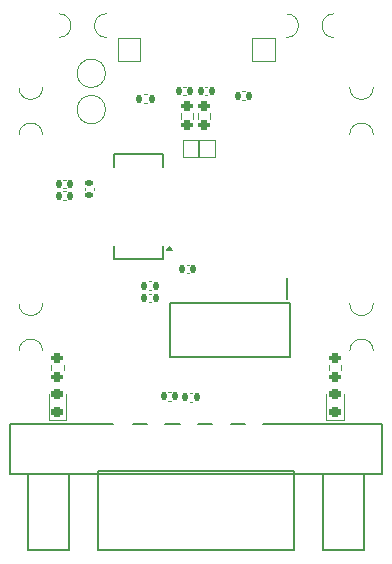
<source format=gbr>
%TF.GenerationSoftware,KiCad,Pcbnew,8.0.1*%
%TF.CreationDate,2024-04-01T09:21:35+11:00*%
%TF.ProjectId,DB9 RS232 Adapter,44423920-5253-4323-9332-204164617074,rev?*%
%TF.SameCoordinates,Original*%
%TF.FileFunction,Legend,Top*%
%TF.FilePolarity,Positive*%
%FSLAX46Y46*%
G04 Gerber Fmt 4.6, Leading zero omitted, Abs format (unit mm)*
G04 Created by KiCad (PCBNEW 8.0.1) date 2024-04-01 09:21:35*
%MOMM*%
%LPD*%
G01*
G04 APERTURE LIST*
G04 Aperture macros list*
%AMRoundRect*
0 Rectangle with rounded corners*
0 $1 Rounding radius*
0 $2 $3 $4 $5 $6 $7 $8 $9 X,Y pos of 4 corners*
0 Add a 4 corners polygon primitive as box body*
4,1,4,$2,$3,$4,$5,$6,$7,$8,$9,$2,$3,0*
0 Add four circle primitives for the rounded corners*
1,1,$1+$1,$2,$3*
1,1,$1+$1,$4,$5*
1,1,$1+$1,$6,$7*
1,1,$1+$1,$8,$9*
0 Add four rect primitives between the rounded corners*
20,1,$1+$1,$2,$3,$4,$5,0*
20,1,$1+$1,$4,$5,$6,$7,0*
20,1,$1+$1,$6,$7,$8,$9,0*
20,1,$1+$1,$8,$9,$2,$3,0*%
G04 Aperture macros list end*
%ADD10C,0.200000*%
%ADD11C,0.120000*%
%ADD12C,0.100000*%
%ADD13C,0.152400*%
%ADD14C,0.150000*%
%ADD15R,0.450000X1.800000*%
%ADD16R,1.000000X1.000000*%
%ADD17RoundRect,0.218750X0.256250X-0.218750X0.256250X0.218750X-0.256250X0.218750X-0.256250X-0.218750X0*%
%ADD18RoundRect,0.140000X0.170000X-0.140000X0.170000X0.140000X-0.170000X0.140000X-0.170000X-0.140000X0*%
%ADD19RoundRect,0.140000X0.140000X0.170000X-0.140000X0.170000X-0.140000X-0.170000X0.140000X-0.170000X0*%
%ADD20C,2.000000*%
%ADD21C,0.500000*%
%ADD22C,2.200000*%
%ADD23RoundRect,0.200000X-0.275000X0.200000X-0.275000X-0.200000X0.275000X-0.200000X0.275000X0.200000X0*%
%ADD24C,1.448000*%
%ADD25RoundRect,0.140000X-0.140000X-0.170000X0.140000X-0.170000X0.140000X0.170000X-0.140000X0.170000X0*%
%ADD26RoundRect,0.200000X0.275000X-0.200000X0.275000X0.200000X-0.275000X0.200000X-0.275000X-0.200000X0*%
%ADD27R,1.500000X1.500000*%
%ADD28RoundRect,0.135000X0.135000X0.185000X-0.135000X0.185000X-0.135000X-0.185000X0.135000X-0.185000X0*%
%ADD29R,0.300000X1.000000*%
%ADD30R,0.700000X1.150000*%
%ADD31C,1.320800*%
%ADD32O,3.750000X1.490600*%
%ADD33R,1.200000X0.400000*%
G04 APERTURE END LIST*
D10*
%TO.C,IC1*%
X230430000Y-94700000D02*
X240630000Y-94700000D01*
X230430000Y-99300000D02*
X230430000Y-94700000D01*
X240330000Y-92550000D02*
X240330000Y-94350000D01*
X240630000Y-94700000D02*
X240630000Y-99300000D01*
X240630000Y-99300000D02*
X230430000Y-99300000D01*
D11*
%TO.C,TP3*%
X231520000Y-80890000D02*
X232920000Y-80890000D01*
X231520000Y-82290000D02*
X231520000Y-80890000D01*
X232920000Y-80890000D02*
X232920000Y-82290000D01*
X232920000Y-82290000D02*
X231520000Y-82290000D01*
%TO.C,D2*%
X220172500Y-102350000D02*
X220172500Y-104635000D01*
X220172500Y-104635000D02*
X221642500Y-104635000D01*
X221642500Y-104635000D02*
X221642500Y-102350000D01*
%TO.C,TP2*%
X232820000Y-80890000D02*
X234220000Y-80890000D01*
X232820000Y-82290000D02*
X232820000Y-80890000D01*
X234220000Y-80890000D02*
X234220000Y-82290000D01*
X234220000Y-82290000D02*
X232820000Y-82290000D01*
%TO.C,C6*%
X223250000Y-85147836D02*
X223250000Y-84932164D01*
X223970000Y-85147836D02*
X223970000Y-84932164D01*
%TO.C,C4*%
X231787836Y-76390000D02*
X231572164Y-76390000D01*
X231787836Y-77110000D02*
X231572164Y-77110000D01*
%TO.C,C7*%
X228857836Y-93900000D02*
X228642164Y-93900000D01*
X228857836Y-94620000D02*
X228642164Y-94620000D01*
D12*
%TO.C,mouse-bite-2mm-slot*%
X217650000Y-98750000D02*
G75*
G02*
X219650000Y-98750000I1000000J0D01*
G01*
X219650000Y-94750000D02*
G75*
G02*
X217650000Y-94750000I-1000000J0D01*
G01*
D11*
%TO.C,R3*%
X220377500Y-99912742D02*
X220377500Y-100387258D01*
X221422500Y-99912742D02*
X221422500Y-100387258D01*
D12*
%TO.C,mouse-bite-2mm-slot*%
X240310000Y-70210000D02*
G75*
G02*
X240310000Y-72210000I0J-1000000D01*
G01*
X244310000Y-72210000D02*
G75*
G02*
X244310000Y-70210000I0J1000000D01*
G01*
D11*
%TO.C,TP4*%
X224970000Y-78310000D02*
G75*
G02*
X222570000Y-78310000I-1200000J0D01*
G01*
X222570000Y-78310000D02*
G75*
G02*
X224970000Y-78310000I1200000J0D01*
G01*
%TO.C,R4*%
X232817500Y-78592742D02*
X232817500Y-79067258D01*
X233862500Y-78592742D02*
X233862500Y-79067258D01*
D12*
%TO.C,mouse-bite-2mm-slot*%
X217650000Y-80450000D02*
G75*
G02*
X219650000Y-80450000I1000000J0D01*
G01*
X219650000Y-76450000D02*
G75*
G02*
X217650000Y-76450000I-1000000J0D01*
G01*
D11*
%TO.C,C5*%
X233392164Y-76390000D02*
X233607836Y-76390000D01*
X233392164Y-77110000D02*
X233607836Y-77110000D01*
%TO.C,C8*%
X228857836Y-92850000D02*
X228642164Y-92850000D01*
X228857836Y-93570000D02*
X228642164Y-93570000D01*
%TO.C,C9*%
X232307836Y-102310000D02*
X232092164Y-102310000D01*
X232307836Y-103030000D02*
X232092164Y-103030000D01*
%TO.C,R5*%
X231337500Y-79067258D02*
X231337500Y-78592742D01*
X232382500Y-79067258D02*
X232382500Y-78592742D01*
%TO.C,C11*%
X230477836Y-102230000D02*
X230262164Y-102230000D01*
X230477836Y-102950000D02*
X230262164Y-102950000D01*
%TO.C,R2*%
X243877500Y-99912742D02*
X243877500Y-100387258D01*
X244922500Y-99912742D02*
X244922500Y-100387258D01*
%TO.C,TP3*%
X237390000Y-72260000D02*
X239290000Y-72260000D01*
X237390000Y-74160000D02*
X237390000Y-72260000D01*
X239290000Y-72260000D02*
X239290000Y-74160000D01*
X239290000Y-74160000D02*
X237390000Y-74160000D01*
%TO.C,TP1*%
X225990000Y-72260000D02*
X227890000Y-72260000D01*
X225990000Y-74160000D02*
X225990000Y-72260000D01*
X227890000Y-72260000D02*
X227890000Y-74160000D01*
X227890000Y-74160000D02*
X225990000Y-74160000D01*
%TO.C,R1*%
X228513641Y-77010000D02*
X228206359Y-77010000D01*
X228513641Y-77770000D02*
X228206359Y-77770000D01*
D13*
%TO.C,J1*%
X216907400Y-104928200D02*
X216907400Y-109170000D01*
X216907400Y-109170000D02*
X248352600Y-109170000D01*
X218382400Y-115570800D02*
X218382400Y-109170000D01*
X221887600Y-109170000D02*
X221887600Y-115570800D01*
X221887600Y-115570800D02*
X218382400Y-115570800D01*
X224338000Y-108916000D02*
X224338000Y-115570800D01*
X224338000Y-115570800D02*
X240922000Y-115570800D01*
X225598834Y-104928200D02*
X216907400Y-104928200D01*
X228480033Y-104928200D02*
X227269968Y-104928200D01*
X231250033Y-104928200D02*
X230039968Y-104928200D01*
X234020032Y-104928200D02*
X232809967Y-104928200D01*
X236790032Y-104928200D02*
X235579967Y-104928200D01*
X240922000Y-108916000D02*
X224338000Y-108916000D01*
X240922000Y-115570800D02*
X240922000Y-108916000D01*
X243372400Y-115570800D02*
X243372400Y-109170000D01*
X246877600Y-109170000D02*
X246877600Y-115570800D01*
X246877600Y-115570800D02*
X243372400Y-115570800D01*
X248352600Y-104928200D02*
X238289566Y-104928200D01*
X248352600Y-109170000D02*
X248352600Y-104928200D01*
D11*
%TO.C,C10*%
X232047836Y-91460000D02*
X231832164Y-91460000D01*
X232047836Y-92180000D02*
X231832164Y-92180000D01*
D12*
%TO.C,mouse-bite-2mm-slot*%
X245650000Y-80450000D02*
G75*
G02*
X247650000Y-80450000I1000000J0D01*
G01*
X247650000Y-76450000D02*
G75*
G02*
X245650000Y-76450000I-1000000J0D01*
G01*
D14*
%TO.C,U1*%
X225657500Y-82045000D02*
X225657500Y-83155000D01*
X225657500Y-90995000D02*
X225657500Y-89885000D01*
X229807500Y-82045000D02*
X225657500Y-82045000D01*
X229807500Y-82045000D02*
X229807500Y-83155000D01*
X229807500Y-89885000D02*
X229807500Y-90995000D01*
X229807500Y-90995000D02*
X225657500Y-90995000D01*
D11*
X230610000Y-90215000D02*
X230130000Y-90215000D01*
X230370000Y-89885000D01*
X230610000Y-90215000D01*
G36*
X230610000Y-90215000D02*
G01*
X230130000Y-90215000D01*
X230370000Y-89885000D01*
X230610000Y-90215000D01*
G37*
D12*
%TO.C,mouse-bite-2mm-slot*%
X221040000Y-70200000D02*
G75*
G02*
X221040000Y-72200000I0J-1000000D01*
G01*
X225040000Y-72200000D02*
G75*
G02*
X225040000Y-70200000I0J1000000D01*
G01*
D11*
%TO.C,C3*%
X236572164Y-76760000D02*
X236787836Y-76760000D01*
X236572164Y-77480000D02*
X236787836Y-77480000D01*
%TO.C,C2*%
X221587836Y-84250000D02*
X221372164Y-84250000D01*
X221587836Y-84970000D02*
X221372164Y-84970000D01*
%TO.C,C1*%
X221587836Y-85240000D02*
X221372164Y-85240000D01*
X221587836Y-85960000D02*
X221372164Y-85960000D01*
%TO.C,D1*%
X243655000Y-102350000D02*
X243655000Y-104635000D01*
X243655000Y-104635000D02*
X245125000Y-104635000D01*
X245125000Y-104635000D02*
X245125000Y-102350000D01*
%TO.C,TP1*%
X224970000Y-75240000D02*
G75*
G02*
X222570000Y-75240000I-1200000J0D01*
G01*
X222570000Y-75240000D02*
G75*
G02*
X224970000Y-75240000I1200000J0D01*
G01*
D12*
%TO.C,mouse-bite-2mm-slot*%
X245650000Y-98750000D02*
G75*
G02*
X247650000Y-98750000I1000000J0D01*
G01*
X247650000Y-94750000D02*
G75*
G02*
X245650000Y-94750000I-1000000J0D01*
G01*
%TD*%
%LPC*%
D15*
%TO.C,IC1*%
X239755000Y-93450000D03*
X239105000Y-93450000D03*
X238455000Y-93450000D03*
X237805000Y-93450000D03*
X237155000Y-93450000D03*
X236505000Y-93450000D03*
X235855000Y-93450000D03*
X235205000Y-93450000D03*
X234555000Y-93450000D03*
X233905000Y-93450000D03*
X233255000Y-93450000D03*
X232605000Y-93450000D03*
X231955000Y-93450000D03*
X231305000Y-93450000D03*
X231305000Y-100550000D03*
X231955000Y-100550000D03*
X232605000Y-100550000D03*
X233255000Y-100550000D03*
X233905000Y-100550000D03*
X234555000Y-100550000D03*
X235205000Y-100550000D03*
X235855000Y-100550000D03*
X236505000Y-100550000D03*
X237155000Y-100550000D03*
X237805000Y-100550000D03*
X238455000Y-100550000D03*
X239105000Y-100550000D03*
X239755000Y-100550000D03*
%TD*%
D16*
%TO.C,TP3*%
X232220000Y-81590000D03*
%TD*%
D17*
%TO.C,D2*%
X220907500Y-103937500D03*
X220907500Y-102362500D03*
%TD*%
D16*
%TO.C,TP2*%
X233520000Y-81590000D03*
%TD*%
D18*
%TO.C,C6*%
X223610000Y-85520000D03*
X223610000Y-84560000D03*
%TD*%
D19*
%TO.C,C4*%
X232160000Y-76750000D03*
X231200000Y-76750000D03*
%TD*%
%TO.C,C7*%
X229230000Y-94260000D03*
X228270000Y-94260000D03*
%TD*%
D20*
%TO.C,REF\u002A\u002A*%
X209020000Y-71770000D03*
%TD*%
%TO.C,REF\u002A\u002A*%
X255540000Y-115550000D03*
%TD*%
D21*
%TO.C,mouse-bite-2mm-slot*%
X217900000Y-97500000D03*
X219400000Y-97500000D03*
X217900000Y-96750000D03*
X219400000Y-96750000D03*
X217900000Y-96000000D03*
X219400000Y-96000000D03*
%TD*%
D22*
%TO.C,H2*%
X243940000Y-91710000D03*
%TD*%
D23*
%TO.C,R3*%
X220900000Y-99325000D03*
X220900000Y-100975000D03*
%TD*%
D24*
%TO.C,REF\u002A\u002A*%
X208790000Y-68110000D03*
%TD*%
D21*
%TO.C,mouse-bite-2mm-slot*%
X243060000Y-71960000D03*
X243060000Y-70460000D03*
X242310000Y-71960000D03*
X242310000Y-70460000D03*
X241560000Y-71960000D03*
X241560000Y-70460000D03*
%TD*%
D20*
%TO.C,TP4*%
X223770000Y-78310000D03*
%TD*%
D23*
%TO.C,R4*%
X233340000Y-78005000D03*
X233340000Y-79655000D03*
%TD*%
D21*
%TO.C,mouse-bite-2mm-slot*%
X217900000Y-79200000D03*
X219400000Y-79200000D03*
X217900000Y-78450000D03*
X219400000Y-78450000D03*
X217900000Y-77700000D03*
X219400000Y-77700000D03*
%TD*%
D25*
%TO.C,C5*%
X233020000Y-76750000D03*
X233980000Y-76750000D03*
%TD*%
D19*
%TO.C,C8*%
X229230000Y-93210000D03*
X228270000Y-93210000D03*
%TD*%
%TO.C,C9*%
X232680000Y-102670000D03*
X231720000Y-102670000D03*
%TD*%
D26*
%TO.C,R5*%
X231860000Y-79655000D03*
X231860000Y-78005000D03*
%TD*%
D19*
%TO.C,C11*%
X230850000Y-102590000D03*
X229890000Y-102590000D03*
%TD*%
D23*
%TO.C,R2*%
X244400000Y-99325000D03*
X244400000Y-100975000D03*
%TD*%
D27*
%TO.C,TP3*%
X238340000Y-73210000D03*
%TD*%
%TO.C,TP1*%
X226940000Y-73210000D03*
%TD*%
D28*
%TO.C,R1*%
X228870000Y-77390000D03*
X227850000Y-77390000D03*
%TD*%
D29*
%TO.C,P1*%
X229890000Y-74250000D03*
X230390000Y-74250000D03*
X230890000Y-74250000D03*
X231390000Y-74250000D03*
X231890000Y-74250000D03*
X232390000Y-74250000D03*
X232890000Y-74250000D03*
X233390000Y-74250000D03*
X233890000Y-74250000D03*
X234390000Y-74250000D03*
X234890000Y-74250000D03*
X235390000Y-74250000D03*
D30*
X229220000Y-75090000D03*
%TD*%
D31*
%TO.C,J1*%
X237569999Y-105542999D03*
X234800000Y-105542999D03*
X232030000Y-105542999D03*
X229260000Y-105542999D03*
X226490001Y-105542999D03*
X236185001Y-106543000D03*
X233415001Y-106543000D03*
X230645001Y-106543000D03*
X227875002Y-106543000D03*
D32*
X245125000Y-107243000D03*
X220135000Y-107243000D03*
%TD*%
D19*
%TO.C,C10*%
X232420000Y-91820000D03*
X231460000Y-91820000D03*
%TD*%
D21*
%TO.C,mouse-bite-2mm-slot*%
X245900000Y-79200000D03*
X247400000Y-79200000D03*
X245900000Y-78450000D03*
X247400000Y-78450000D03*
X245900000Y-77700000D03*
X247400000Y-77700000D03*
%TD*%
D33*
%TO.C,U1*%
X230332500Y-89377500D03*
X230332500Y-88742500D03*
X230332500Y-88107500D03*
X230332500Y-87472500D03*
X230332500Y-86837500D03*
X230332500Y-86202500D03*
X230332500Y-85567500D03*
X230332500Y-84932500D03*
X230332500Y-84297500D03*
X230332500Y-83662500D03*
X225132500Y-83662500D03*
X225132500Y-84297500D03*
X225132500Y-84932500D03*
X225132500Y-85567500D03*
X225132500Y-86202500D03*
X225132500Y-86837500D03*
X225132500Y-87472500D03*
X225132500Y-88107500D03*
X225132500Y-88742500D03*
X225132500Y-89377500D03*
%TD*%
D21*
%TO.C,mouse-bite-2mm-slot*%
X223790000Y-71950000D03*
X223790000Y-70450000D03*
X223040000Y-71950000D03*
X223040000Y-70450000D03*
X222290000Y-71950000D03*
X222290000Y-70450000D03*
%TD*%
D25*
%TO.C,C3*%
X236200000Y-77120000D03*
X237160000Y-77120000D03*
%TD*%
D22*
%TO.C,H1*%
X221340000Y-91710000D03*
%TD*%
D19*
%TO.C,C2*%
X221960000Y-84610000D03*
X221000000Y-84610000D03*
%TD*%
%TO.C,C1*%
X221960000Y-85600000D03*
X221000000Y-85600000D03*
%TD*%
D17*
%TO.C,D1*%
X244390000Y-103937500D03*
X244390000Y-102362500D03*
%TD*%
D20*
%TO.C,TP1*%
X223770000Y-75240000D03*
%TD*%
D24*
%TO.C,REF\u002A\u002A*%
X256710000Y-67960000D03*
%TD*%
%TO.C,REF\u002A\u002A*%
X208710000Y-115920000D03*
%TD*%
D21*
%TO.C,mouse-bite-2mm-slot*%
X245900000Y-97500000D03*
X247400000Y-97500000D03*
X245900000Y-96750000D03*
X247400000Y-96750000D03*
X245900000Y-96000000D03*
X247400000Y-96000000D03*
%TD*%
D20*
%TO.C,REF\u002A\u002A*%
X255540000Y-71770000D03*
%TD*%
%LPD*%
M02*

</source>
